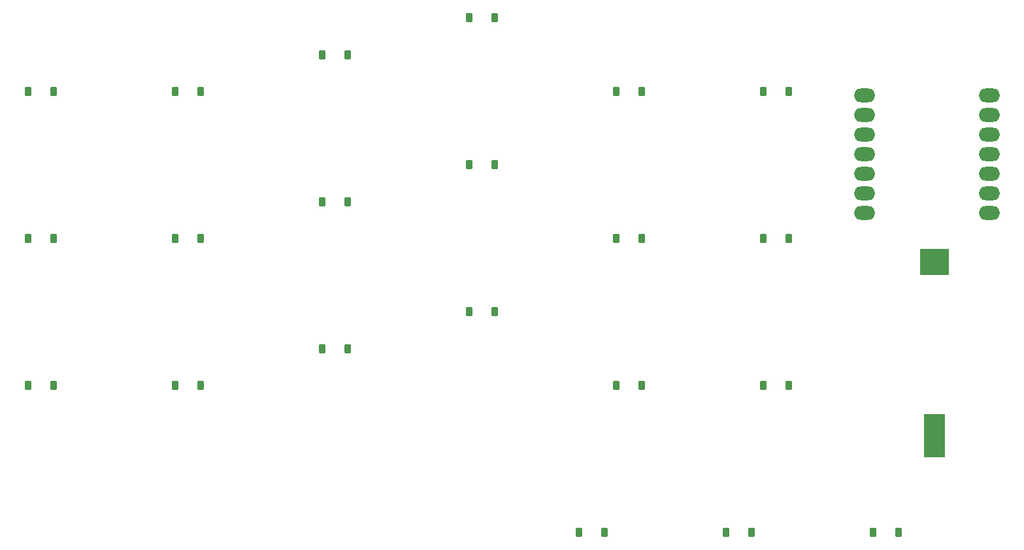
<source format=gbr>
%TF.GenerationSoftware,KiCad,Pcbnew,7.0.6*%
%TF.CreationDate,2023-09-12T11:18:07+08:00*%
%TF.ProjectId,kbv2,6b627632-2e6b-4696-9361-645f70636258,rev?*%
%TF.SameCoordinates,Original*%
%TF.FileFunction,Paste,Top*%
%TF.FilePolarity,Positive*%
%FSLAX46Y46*%
G04 Gerber Fmt 4.6, Leading zero omitted, Abs format (unit mm)*
G04 Created by KiCad (PCBNEW 7.0.6) date 2023-09-12 11:18:07*
%MOMM*%
%LPD*%
G01*
G04 APERTURE LIST*
G04 Aperture macros list*
%AMRoundRect*
0 Rectangle with rounded corners*
0 $1 Rounding radius*
0 $2 $3 $4 $5 $6 $7 $8 $9 X,Y pos of 4 corners*
0 Add a 4 corners polygon primitive as box body*
4,1,4,$2,$3,$4,$5,$6,$7,$8,$9,$2,$3,0*
0 Add four circle primitives for the rounded corners*
1,1,$1+$1,$2,$3*
1,1,$1+$1,$4,$5*
1,1,$1+$1,$6,$7*
1,1,$1+$1,$8,$9*
0 Add four rect primitives between the rounded corners*
20,1,$1+$1,$2,$3,$4,$5,0*
20,1,$1+$1,$4,$5,$6,$7,0*
20,1,$1+$1,$6,$7,$8,$9,0*
20,1,$1+$1,$8,$9,$2,$3,0*%
G04 Aperture macros list end*
%ADD10RoundRect,0.225000X-0.225000X-0.375000X0.225000X-0.375000X0.225000X0.375000X-0.225000X0.375000X0*%
%ADD11O,2.750000X1.800000*%
%ADD12R,2.800000X5.700000*%
%ADD13R,3.800000X3.500000*%
G04 APERTURE END LIST*
D10*
%TO.C,K8*%
X157153125Y-81968750D03*
X153853125Y-81968750D03*
%TD*%
%TO.C,K7*%
X176203125Y-81968750D03*
X172903125Y-81968750D03*
%TD*%
%TO.C,K15*%
X138103125Y-91493750D03*
X134803125Y-91493750D03*
%TD*%
%TO.C,K19*%
X190490625Y-120068750D03*
X187190625Y-120068750D03*
%TD*%
%TO.C,K20*%
X171440625Y-120068750D03*
X168140625Y-120068750D03*
%TD*%
%TO.C,K4*%
X119053125Y-58156250D03*
X115753125Y-58156250D03*
%TD*%
%TO.C,K13*%
X176203125Y-101018750D03*
X172903125Y-101018750D03*
%TD*%
%TO.C,K6*%
X80953125Y-62918750D03*
X77653125Y-62918750D03*
%TD*%
%TO.C,K14*%
X157153125Y-101018750D03*
X153853125Y-101018750D03*
%TD*%
D11*
%TO.C,U1*%
X186033165Y-63436250D03*
X186033165Y-65976250D03*
X186033165Y-68516250D03*
X186033165Y-71056250D03*
X186033165Y-73596250D03*
X186033165Y-76136250D03*
X186033165Y-78676250D03*
X202223085Y-78676250D03*
X202223085Y-76136250D03*
X202223085Y-73596250D03*
X202223085Y-71056250D03*
X202223085Y-68516250D03*
X202223085Y-65976250D03*
X202223085Y-63436250D03*
%TD*%
D10*
%TO.C,K16*%
X119053125Y-96256250D03*
X115753125Y-96256250D03*
%TD*%
%TO.C,K11*%
X100003125Y-81968750D03*
X96703125Y-81968750D03*
%TD*%
%TO.C,K10*%
X119053125Y-77206250D03*
X115753125Y-77206250D03*
%TD*%
%TO.C,K18*%
X80953125Y-101018750D03*
X77653125Y-101018750D03*
%TD*%
%TO.C,K9*%
X138103125Y-72443750D03*
X134803125Y-72443750D03*
%TD*%
%TO.C,K2*%
X157153125Y-62918750D03*
X153853125Y-62918750D03*
%TD*%
%TO.C,K21*%
X152390625Y-120068750D03*
X149090625Y-120068750D03*
%TD*%
%TO.C,K17*%
X100003125Y-101018750D03*
X96703125Y-101018750D03*
%TD*%
%TO.C,K12*%
X80953125Y-81968750D03*
X77653125Y-81968750D03*
%TD*%
%TO.C,K1*%
X176203125Y-62918750D03*
X172903125Y-62918750D03*
%TD*%
D12*
%TO.C,BT1*%
X195128125Y-107556250D03*
D13*
X195128125Y-85056250D03*
%TD*%
D10*
%TO.C,K5*%
X100003125Y-62918750D03*
X96703125Y-62918750D03*
%TD*%
%TO.C,K3*%
X138103125Y-53393750D03*
X134803125Y-53393750D03*
%TD*%
M02*

</source>
